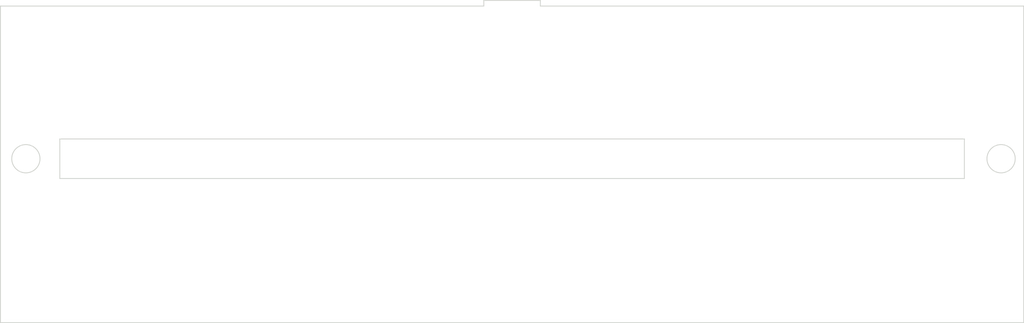
<source format=kicad_pcb>
(kicad_pcb (version 20171130) (host pcbnew "(5.1.7)-1")

  (general
    (thickness 1.6)
    (drawings 103)
    (tracks 0)
    (zones 0)
    (modules 0)
    (nets 1)
  )

  (page A4)
  (layers
    (0 F.Cu signal)
    (31 B.Cu signal)
    (32 B.Adhes user)
    (33 F.Adhes user)
    (34 B.Paste user)
    (35 F.Paste user)
    (36 B.SilkS user)
    (37 F.SilkS user)
    (38 B.Mask user)
    (39 F.Mask user)
    (40 Dwgs.User user hide)
    (41 Cmts.User user hide)
    (42 Eco1.User user hide)
    (43 Eco2.User user hide)
    (44 Edge.Cuts user)
    (45 Margin user hide)
    (46 B.CrtYd user hide)
    (47 F.CrtYd user hide)
    (48 B.Fab user hide)
    (49 F.Fab user hide)
  )

  (setup
    (last_trace_width 0.25)
    (trace_clearance 0.2)
    (zone_clearance 0.508)
    (zone_45_only no)
    (trace_min 0.2)
    (via_size 0.8)
    (via_drill 0.4)
    (via_min_size 0.4)
    (via_min_drill 0.3)
    (uvia_size 0.3)
    (uvia_drill 0.1)
    (uvias_allowed no)
    (uvia_min_size 0.2)
    (uvia_min_drill 0.1)
    (edge_width 0.05)
    (segment_width 0.2)
    (pcb_text_width 0.3)
    (pcb_text_size 1.5 1.5)
    (mod_edge_width 0.12)
    (mod_text_size 1 1)
    (mod_text_width 0.15)
    (pad_size 1.524 1.524)
    (pad_drill 0.762)
    (pad_to_mask_clearance 0)
    (aux_axis_origin 0 0)
    (visible_elements 7FFFFFFF)
    (pcbplotparams
      (layerselection 0x010fc_ffffffff)
      (usegerberextensions true)
      (usegerberattributes false)
      (usegerberadvancedattributes false)
      (creategerberjobfile false)
      (excludeedgelayer false)
      (linewidth 0.100000)
      (plotframeref false)
      (viasonmask false)
      (mode 1)
      (useauxorigin false)
      (hpglpennumber 1)
      (hpglpenspeed 20)
      (hpglpendiameter 15.000000)
      (psnegative false)
      (psa4output false)
      (plotreference false)
      (plotvalue false)
      (plotinvisibletext false)
      (padsonsilk false)
      (subtractmaskfromsilk true)
      (outputformat 1)
      (mirror false)
      (drillshape 0)
      (scaleselection 1)
      (outputdirectory "gerber"))
  )

  (net 0 "")

  (net_class Default "This is the default net class."
    (clearance 0.2)
    (trace_width 0.25)
    (via_dia 0.8)
    (via_drill 0.4)
    (uvia_dia 0.3)
    (uvia_drill 0.1)
  )

  (gr_line (start 125 29) (end 115 29) (layer Edge.Cuts) (width 0.15) (tstamp 631E2C91))
  (gr_line (start 125 30) (end 125 29) (layer Edge.Cuts) (width 0.15) (tstamp 631E2C8F))
  (gr_line (start 115 30) (end 115 29) (layer Edge.Cuts) (width 0.15) (tstamp 631E2C86))
  (gr_line (start 125 30) (end 210.5 30) (layer Edge.Cuts) (width 0.15) (tstamp 631E2C81))
  (gr_poly (pts (xy 49.45 79.85) (xy 49.05 79.85) (xy 49.05 79) (xy 49.45 79)) (layer F.Mask) (width 0.05) (tstamp 631E2307))
  (gr_text 1500 (at 177.2 81.9) (layer F.Mask) (tstamp 631E14AB)
    (effects (font (size 2.25 3) (thickness 0.35)))
  )
  (gr_text 1300 (at 160.05 81.9) (layer F.Mask) (tstamp 631E14A9)
    (effects (font (size 2.25 3) (thickness 0.35)))
  )
  (gr_text 1100 (at 141.9 81.9) (layer F.Mask) (tstamp 631E14A7)
    (effects (font (size 2.25 3) (thickness 0.35)))
  )
  (gr_text 900 (at 122.9 81.9) (layer F.Mask) (tstamp 631E14A5)
    (effects (font (size 2.25 3) (thickness 0.35)))
  )
  (gr_text 750 (at 105.45 81.9) (layer F.Mask) (tstamp 631E14A3)
    (effects (font (size 2.25 3) (thickness 0.35)))
  )
  (gr_text 650 (at 89.3 81.9) (layer F.Mask) (tstamp 631E14A1)
    (effects (font (size 2.25 3) (thickness 0.35)))
  )
  (gr_text 550 (at 65.1 81.9) (layer F.Mask) (tstamp 631E1210)
    (effects (font (size 2.25 3) (thickness 0.35)))
  )
  (gr_text 1600 (at 186.65 74.55) (layer F.Mask) (tstamp 631E0330)
    (effects (font (size 2.25 3) (thickness 0.35)))
  )
  (gr_text 1400 (at 168.65 74.55) (layer F.Mask) (tstamp 631E032E)
    (effects (font (size 2.25 3) (thickness 0.35)))
  )
  (gr_text 1200 (at 150.85 74.55) (layer F.Mask) (tstamp 631E032C)
    (effects (font (size 2.25 3) (thickness 0.35)))
  )
  (gr_text 1000 (at 132.8 74.55) (layer F.Mask) (tstamp 631E032A)
    (effects (font (size 2.25 3) (thickness 0.35)))
  )
  (gr_text 800 (at 111.65 74.55) (layer F.Mask) (tstamp 631E0328)
    (effects (font (size 2.25 3) (thickness 0.35)))
  )
  (gr_text 700 (at 98.05 74.55) (layer F.Mask) (tstamp 631E0326)
    (effects (font (size 2.25 3) (thickness 0.35)))
  )
  (gr_text 600 (at 79.05 74.55) (layer F.Mask) (tstamp 631E0324)
    (effects (font (size 2.25 3) (thickness 0.35)))
  )
  (gr_text 520 (at 54.25 74.55) (layer F.Mask) (tstamp 631DFF0B)
    (effects (font (size 2.25 3) (thickness 0.35)))
  )
  (gr_text kHz (at 204.35 78.025) (layer F.Mask) (tstamp 631DFDFF)
    (effects (font (size 2.25 3.5) (thickness 0.35)))
  )
  (gr_poly (pts (xy 189.75 77.05) (xy 183.55 77.05) (xy 183.55 76.2) (xy 189.75 76.2)) (layer F.Mask) (width 0.05) (tstamp 631DFD79))
  (gr_poly (pts (xy 171.75 77.05) (xy 165.55 77.05) (xy 165.55 76.2) (xy 171.75 76.2)) (layer F.Mask) (width 0.05) (tstamp 631DFD76))
  (gr_poly (pts (xy 153.95 77.05) (xy 147.75 77.05) (xy 147.75 76.2) (xy 153.95 76.2)) (layer F.Mask) (width 0.05) (tstamp 631DFD73))
  (gr_poly (pts (xy 135.9 77.05) (xy 129.7 77.05) (xy 129.7 76.2) (xy 135.9 76.2)) (layer F.Mask) (width 0.05) (tstamp 631DFD71))
  (gr_poly (pts (xy 114.75 77.05) (xy 108.55 77.05) (xy 108.55 76.2) (xy 114.75 76.2)) (layer F.Mask) (width 0.05) (tstamp 631DFD6F))
  (gr_poly (pts (xy 101.15 77.05) (xy 94.95 77.05) (xy 94.95 76.2) (xy 101.15 76.2)) (layer F.Mask) (width 0.05) (tstamp 631DFD6D))
  (gr_poly (pts (xy 82.15 77.05) (xy 75.95 77.05) (xy 75.95 76.2) (xy 82.15 76.2)) (layer F.Mask) (width 0.05) (tstamp 631DFD6B))
  (gr_poly (pts (xy 180.3 79.85) (xy 174.1 79.85) (xy 174.1 79) (xy 180.3 79)) (layer F.Mask) (width 0.05) (tstamp 631DFCE6))
  (gr_poly (pts (xy 163.15 79.85) (xy 156.95 79.85) (xy 156.95 79) (xy 163.15 79)) (layer F.Mask) (width 0.05) (tstamp 631DFCE4))
  (gr_poly (pts (xy 145 79.85) (xy 138.8 79.85) (xy 138.8 79) (xy 145 79)) (layer F.Mask) (width 0.05) (tstamp 631DFCE2))
  (gr_poly (pts (xy 126 79.85) (xy 119.8 79.85) (xy 119.8 79) (xy 126 79)) (layer F.Mask) (width 0.05) (tstamp 631DFCE0))
  (gr_poly (pts (xy 108.55 79.85) (xy 102.35 79.85) (xy 102.35 79) (xy 108.55 79)) (layer F.Mask) (width 0.05) (tstamp 631DFCDE))
  (gr_poly (pts (xy 92.4 79.85) (xy 86.2 79.85) (xy 86.2 79) (xy 92.4 79)) (layer F.Mask) (width 0.05) (tstamp 631DFCDC))
  (gr_poly (pts (xy 68.2 79.85) (xy 62 79.85) (xy 62 79) (xy 68.2 79)) (layer F.Mask) (width 0.05) (tstamp 631DFCDA))
  (gr_poly (pts (xy 57.35 77.05) (xy 51.15 77.05) (xy 51.15 76.2) (xy 57.35 76.2)) (layer F.Mask) (width 0.05) (tstamp 631DFCD8))
  (gr_text MHz (at 203.2 36.7) (layer F.Mask) (tstamp 631DFA44)
    (effects (font (size 2.25 3.5) (thickness 0.35)))
  )
  (gr_line (start 44.5 78.8) (end 197.25 78.8) (layer F.Mask) (width 0.4) (tstamp 631DF62D))
  (gr_line (start 44.5 77.25) (end 197.25 77.25) (layer F.Mask) (width 0.4) (tstamp 631DF62B))
  (gr_text am (at 32.5 77.9) (layer F.Mask) (tstamp 631DF41D)
    (effects (font (size 2.75 3.75) (thickness 0.35)) (justify left))
  )
  (gr_text kanäle (at 32.25 44.1) (layer F.Mask) (tstamp 631DF07F)
    (effects (font (size 2.2 2.65) (thickness 0.35)) (justify left))
  )
  (gr_text fm (at 32.5 39.9) (layer F.Mask) (tstamp 631DEE6D)
    (effects (font (size 2.75 3.75) (thickness 0.35)) (justify left))
  )
  (gr_text 70 (at 191.6 44.2) (layer F.Mask) (tstamp 631DD769)
    (effects (font (size 2.25 3) (thickness 0.35)))
  )
  (gr_text 60 (at 176.15 44.2) (layer F.Mask) (tstamp 631DD767)
    (effects (font (size 2.25 3) (thickness 0.35)))
  )
  (gr_text 50 (at 160.15 44.2) (layer F.Mask) (tstamp 631DD765)
    (effects (font (size 2.25 3) (thickness 0.35)))
  )
  (gr_text 45 (at 149.4 44.2) (layer F.Mask) (tstamp 631DD763)
    (effects (font (size 2.25 3) (thickness 0.35)))
  )
  (gr_text 40 (at 137.9 44.2) (layer F.Mask) (tstamp 631DD761)
    (effects (font (size 2.25 3) (thickness 0.35)))
  )
  (gr_text 35 (at 125.55 44.2) (layer F.Mask) (tstamp 631DD75F)
    (effects (font (size 2.25 3) (thickness 0.35)))
  )
  (gr_text 30 (at 113.1 44.2) (layer F.Mask) (tstamp 631DD75D)
    (effects (font (size 2.25 3) (thickness 0.35)))
  )
  (gr_text 25 (at 101.5 44.2) (layer F.Mask) (tstamp 631DD75B)
    (effects (font (size 2.25 3) (thickness 0.35)))
  )
  (gr_text 20 (at 91.15 44.2) (layer F.Mask) (tstamp 631DD759)
    (effects (font (size 2.25 3) (thickness 0.35)))
  )
  (gr_text 15 (at 80.85 44.2) (layer F.Mask) (tstamp 631DD757)
    (effects (font (size 2.25 3) (thickness 0.35)))
  )
  (gr_text 10 (at 70.45 44.2) (layer F.Mask) (tstamp 631DD755)
    (effects (font (size 2.25 3) (thickness 0.35)))
  )
  (gr_text 5 (at 58 44.2) (layer F.Mask) (tstamp 631DD3BA)
    (effects (font (size 2.25 3) (thickness 0.35)))
  )
  (gr_poly (pts (xy 49.45 42.15) (xy 49.05 42.15) (xy 49.05 41.3) (xy 49.45 41.3)) (layer F.Mask) (width 0.05) (tstamp 631DBFD1))
  (gr_poly (pts (xy 61.1 42.15) (xy 54.9 42.15) (xy 54.9 41.3) (xy 61.1 41.3)) (layer F.Mask) (width 0.05) (tstamp 631DBF4D))
  (gr_poly (pts (xy 73.55 42.15) (xy 67.35 42.15) (xy 67.35 41.3) (xy 73.55 41.3)) (layer F.Mask) (width 0.05) (tstamp 631DBF4B))
  (gr_poly (pts (xy 83.95 42.15) (xy 77.75 42.15) (xy 77.75 41.3) (xy 83.95 41.3)) (layer F.Mask) (width 0.05) (tstamp 631DBF49))
  (gr_poly (pts (xy 94.25 42.15) (xy 88.05 42.15) (xy 88.05 41.3) (xy 94.25 41.3)) (layer F.Mask) (width 0.05) (tstamp 631DBF47))
  (gr_poly (pts (xy 104.6 42.15) (xy 98.4 42.15) (xy 98.4 41.3) (xy 104.6 41.3)) (layer F.Mask) (width 0.05) (tstamp 631DBF45))
  (gr_poly (pts (xy 116.2 42.15) (xy 110 42.15) (xy 110 41.3) (xy 116.2 41.3)) (layer F.Mask) (width 0.05) (tstamp 631DBF43))
  (gr_poly (pts (xy 128.65 42.15) (xy 122.45 42.15) (xy 122.45 41.3) (xy 128.65 41.3)) (layer F.Mask) (width 0.05) (tstamp 631DBF41))
  (gr_poly (pts (xy 141 42.15) (xy 134.8 42.15) (xy 134.8 41.3) (xy 141 41.3)) (layer F.Mask) (width 0.05) (tstamp 631DBF3F))
  (gr_poly (pts (xy 152.5 42.15) (xy 146.3 42.15) (xy 146.3 41.3) (xy 152.5 41.3)) (layer F.Mask) (width 0.05) (tstamp 631DBF3D))
  (gr_poly (pts (xy 163.25 42.15) (xy 157.05 42.15) (xy 157.05 41.3) (xy 163.25 41.3)) (layer F.Mask) (width 0.05) (tstamp 631DBF3B))
  (gr_poly (pts (xy 179.25 42.15) (xy 173.05 42.15) (xy 173.05 41.3) (xy 179.25 41.3)) (layer F.Mask) (width 0.05) (tstamp 631DBF39))
  (gr_poly (pts (xy 194.7 42.15) (xy 188.5 42.15) (xy 188.5 41.3) (xy 194.7 41.3)) (layer F.Mask) (width 0.05) (tstamp 631DBF37))
  (gr_line (start 44.5 41.1) (end 197.4 41.1) (layer F.Mask) (width 0.4) (tstamp 631DBEB2))
  (gr_poly (pts (xy 153.3 39.2) (xy 152.9 39.2) (xy 152.9 38.35) (xy 153.3 38.35)) (layer F.Mask) (width 0.05) (tstamp 631DBCA6))
  (gr_poly (pts (xy 194.7 39.2) (xy 188.5 39.2) (xy 188.5 38.35) (xy 194.7 38.35)) (layer F.Mask) (width 0.05) (tstamp 631DBB1A))
  (gr_poly (pts (xy 183.85 39.2) (xy 177.65 39.2) (xy 177.65 38.35) (xy 183.85 38.35)) (layer F.Mask) (width 0.05) (tstamp 631DBB18))
  (gr_poly (pts (xy 174.65 39.2) (xy 168.45 39.2) (xy 168.45 38.35) (xy 174.65 38.35)) (layer F.Mask) (width 0.05) (tstamp 631DBB16))
  (gr_poly (pts (xy 163.25 39.2) (xy 157.05 39.2) (xy 157.05 38.35) (xy 163.25 38.35)) (layer F.Mask) (width 0.05) (tstamp 631DBB14))
  (gr_poly (pts (xy 149.05 39.2) (xy 142.85 39.2) (xy 142.85 38.35) (xy 149.05 38.35)) (layer F.Mask) (width 0.05) (tstamp 631DBB12))
  (gr_poly (pts (xy 132.8 39.2) (xy 126.6 39.2) (xy 126.6 38.35) (xy 132.8 38.35)) (layer F.Mask) (width 0.05) (tstamp 631DBB10))
  (gr_poly (pts (xy 101.3 39.2) (xy 95.1 39.2) (xy 95.1 38.35) (xy 101.3 38.35)) (layer F.Mask) (width 0.05) (tstamp 631DBB0E))
  (gr_poly (pts (xy 87.3 39.2) (xy 81.1 39.2) (xy 81.1 38.35) (xy 87.3 38.35)) (layer F.Mask) (width 0.05) (tstamp 631DBB0C))
  (gr_poly (pts (xy 73.55 39.2) (xy 67.35 39.2) (xy 67.35 38.35) (xy 73.55 38.35)) (layer F.Mask) (width 0.05) (tstamp 631DBB0A))
  (gr_poly (pts (xy 59.9 39.2) (xy 53.7 39.2) (xy 53.7 38.35) (xy 59.9 38.35)) (layer F.Mask) (width 0.05) (tstamp 631DBB08))
  (gr_poly (pts (xy 116.2 39.2) (xy 110 39.2) (xy 110 38.35) (xy 116.2 38.35)) (layer F.Mask) (width 0.05))
  (gr_poly (pts (xy 105.4 39.2) (xy 105 39.2) (xy 105 38.35) (xy 105.4 38.35)) (layer F.Mask) (width 0.05))
  (gr_line (start 44.5 39.4) (end 197.4 39.4) (layer F.Mask) (width 0.4))
  (gr_text 108 (at 191.6 36.7) (layer F.Mask) (tstamp 631DA897)
    (effects (font (size 2.25 2.5) (thickness 0.35)))
  )
  (gr_text 106 (at 180.75 36.7) (layer F.Mask) (tstamp 631DA895)
    (effects (font (size 2.25 2.5) (thickness 0.35)))
  )
  (gr_text 104 (at 171.55 36.7) (layer F.Mask) (tstamp 631DA893)
    (effects (font (size 2.25 2.5) (thickness 0.35)))
  )
  (gr_text 102 (at 160.15 36.7) (layer F.Mask) (tstamp 631DA891)
    (effects (font (size 2.25 2.5) (thickness 0.35)))
  )
  (gr_text 100 (at 145.95 36.7) (layer F.Mask) (tstamp 631DA88F)
    (effects (font (size 2.25 2.5) (thickness 0.35)))
  )
  (gr_text 98 (at 129.7 36.7) (layer F.Mask) (tstamp 631DA88D)
    (effects (font (size 2.25 3) (thickness 0.35)))
  )
  (gr_text 96 (at 113.1 36.7) (layer F.Mask) (tstamp 631DA88B)
    (effects (font (size 2.25 3) (thickness 0.35)))
  )
  (gr_text 94 (at 98.2 36.7) (layer F.Mask) (tstamp 631DA889)
    (effects (font (size 2.25 3) (thickness 0.35)))
  )
  (gr_text 92 (at 84.2 36.7) (layer F.Mask) (tstamp 631DA887)
    (effects (font (size 2.25 3) (thickness 0.35)))
  )
  (gr_text 90 (at 70.45 36.7) (layer F.Mask) (tstamp 631DA885)
    (effects (font (size 2.25 3) (thickness 0.35)))
  )
  (gr_text 88 (at 56.8 36.7) (layer F.Mask)
    (effects (font (size 2.25 3) (thickness 0.35)))
  )
  (gr_circle (center 206.5 57) (end 209 57) (layer Edge.Cuts) (width 0.15) (tstamp 631DA1E1))
  (gr_circle (center 34 57) (end 36.5 57) (layer Edge.Cuts) (width 0.15))
  (gr_line (start 40 53.5) (end 40 60.5) (layer Edge.Cuts) (width 0.15) (tstamp 631DA171))
  (gr_line (start 200 60.5) (end 40 60.5) (layer Edge.Cuts) (width 0.15))
  (gr_line (start 200 53.5) (end 200 60.5) (layer Edge.Cuts) (width 0.15))
  (gr_line (start 40 53.5) (end 200 53.5) (layer Edge.Cuts) (width 0.15))
  (gr_line (start 29.5 86) (end 29.5 30) (layer Edge.Cuts) (width 0.15) (tstamp 631DA26D))
  (gr_line (start 210.5 86) (end 29.5 86) (layer Edge.Cuts) (width 0.15))
  (gr_line (start 210.5 30) (end 210.5 86) (layer Edge.Cuts) (width 0.15))
  (gr_line (start 29.5 30) (end 115 30) (layer Edge.Cuts) (width 0.15))

  (zone (net 0) (net_name "") (layer B.Mask) (tstamp 63546033) (hatch edge 0.508)
    (connect_pads (clearance 0.508))
    (min_thickness 0.254)
    (fill yes (arc_segments 32) (thermal_gap 0.508) (thermal_bridge_width 0.508))
    (polygon
      (pts
        (xy 210.5 86) (xy 29.5 86) (xy 29.5 29) (xy 210.5 29)
      )
    )
    (filled_polygon
      (pts
        (xy 125 30) (xy 210.373 30) (xy 210.373 85.873) (xy 29.627 85.873) (xy 29.627 57)
        (xy 31.5 57) (xy 31.519713 57.313333) (xy 31.578542 57.621725) (xy 31.675559 57.920311) (xy 31.809233 58.204384)
        (xy 31.977458 58.469463) (xy 32.177578 58.711368) (xy 32.40644 58.926283) (xy 32.660433 59.11082) (xy 32.935552 59.262068)
        (xy 33.227458 59.377641) (xy 33.531547 59.455718) (xy 33.843024 59.495067) (xy 34.156976 59.495067) (xy 34.468453 59.455718)
        (xy 34.772542 59.377641) (xy 35.064448 59.262068) (xy 35.339567 59.11082) (xy 35.59356 58.926283) (xy 35.822422 58.711368)
        (xy 36.022542 58.469463) (xy 36.190767 58.204384) (xy 36.324441 57.920311) (xy 36.421458 57.621725) (xy 36.480287 57.313333)
        (xy 36.5 57) (xy 36.480287 56.686667) (xy 36.421458 56.378275) (xy 36.324441 56.079689) (xy 36.190767 55.795616)
        (xy 36.022542 55.530537) (xy 35.822422 55.288632) (xy 35.59356 55.073717) (xy 35.339567 54.88918) (xy 35.064448 54.737932)
        (xy 34.772542 54.622359) (xy 34.468453 54.544282) (xy 34.156976 54.504933) (xy 33.843024 54.504933) (xy 33.531547 54.544282)
        (xy 33.227458 54.622359) (xy 32.935552 54.737932) (xy 32.660433 54.88918) (xy 32.40644 55.073717) (xy 32.177578 55.288632)
        (xy 31.977458 55.530537) (xy 31.809233 55.795616) (xy 31.675559 56.079689) (xy 31.578542 56.378275) (xy 31.519713 56.686667)
        (xy 31.5 57) (xy 29.627 57) (xy 29.627 53.5) (xy 40 53.5) (xy 40 60.5)
        (xy 200 60.5) (xy 200 57) (xy 204 57) (xy 204.019713 57.313333) (xy 204.078542 57.621725)
        (xy 204.175559 57.920311) (xy 204.309233 58.204384) (xy 204.477458 58.469463) (xy 204.677578 58.711368) (xy 204.90644 58.926283)
        (xy 205.160433 59.11082) (xy 205.435552 59.262068) (xy 205.727458 59.377641) (xy 206.031547 59.455718) (xy 206.343024 59.495067)
        (xy 206.656976 59.495067) (xy 206.968453 59.455718) (xy 207.272542 59.377641) (xy 207.564448 59.262068) (xy 207.839567 59.11082)
        (xy 208.09356 58.926283) (xy 208.322422 58.711368) (xy 208.522542 58.469463) (xy 208.690767 58.204384) (xy 208.824441 57.920311)
        (xy 208.921458 57.621725) (xy 208.980287 57.313333) (xy 209 57) (xy 208.980287 56.686667) (xy 208.921458 56.378275)
        (xy 208.824441 56.079689) (xy 208.690767 55.795616) (xy 208.522542 55.530537) (xy 208.322422 55.288632) (xy 208.09356 55.073717)
        (xy 207.839567 54.88918) (xy 207.564448 54.737932) (xy 207.272542 54.622359) (xy 206.968453 54.544282) (xy 206.656976 54.504933)
        (xy 206.343024 54.504933) (xy 206.031547 54.544282) (xy 205.727458 54.622359) (xy 205.435552 54.737932) (xy 205.160433 54.88918)
        (xy 204.90644 55.073717) (xy 204.677578 55.288632) (xy 204.477458 55.530537) (xy 204.309233 55.795616) (xy 204.175559 56.079689)
        (xy 204.078542 56.378275) (xy 204.019713 56.686667) (xy 204 57) (xy 200 57) (xy 200 53.5)
        (xy 40 53.5) (xy 29.627 53.5) (xy 29.627 30) (xy 115 30) (xy 115 29.127)
        (xy 125 29.127)
      )
    )
  )
)

</source>
